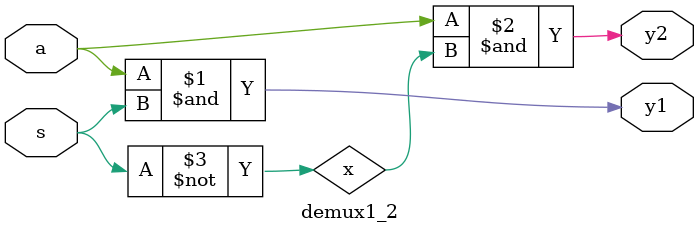
<source format=v>
module demux1_2(a,s,y1,y2);
input a,s;
output y1,y2;
wire x;
not n1(x,s);
and a1(y1,a,s);
and a2(y2,a,x);
endmodule

</source>
